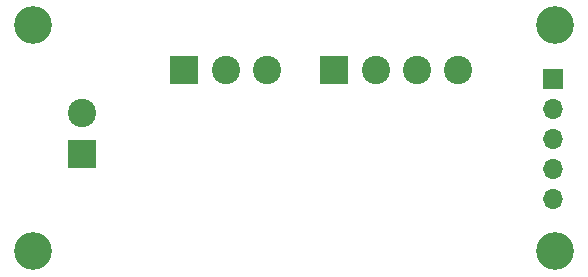
<source format=gbr>
%TF.GenerationSoftware,KiCad,Pcbnew,(5.1.9)-1*%
%TF.CreationDate,2021-07-20T15:51:09-07:00*%
%TF.ProjectId,Wie to serial,57696520-746f-4207-9365-7269616c2e6b,rev?*%
%TF.SameCoordinates,Original*%
%TF.FileFunction,Soldermask,Bot*%
%TF.FilePolarity,Negative*%
%FSLAX46Y46*%
G04 Gerber Fmt 4.6, Leading zero omitted, Abs format (unit mm)*
G04 Created by KiCad (PCBNEW (5.1.9)-1) date 2021-07-20 15:51:09*
%MOMM*%
%LPD*%
G01*
G04 APERTURE LIST*
%ADD10C,3.200000*%
%ADD11R,2.400000X2.400000*%
%ADD12C,2.400000*%
%ADD13R,1.700000X1.700000*%
%ADD14O,1.700000X1.700000*%
G04 APERTURE END LIST*
D10*
%TO.C,H1*%
X127889000Y-72898000D03*
%TD*%
%TO.C,H2*%
X172085000Y-92075000D03*
%TD*%
%TO.C,H3*%
X127889000Y-92075000D03*
%TD*%
%TO.C,H4*%
X172085000Y-72898000D03*
%TD*%
D11*
%TO.C,J1*%
X132080000Y-83820000D03*
D12*
X132080000Y-80320000D03*
%TD*%
D11*
%TO.C,J2*%
X153416000Y-76708000D03*
D12*
X156916000Y-76708000D03*
X160416000Y-76708000D03*
X163916000Y-76708000D03*
%TD*%
D11*
%TO.C,J3*%
X140716000Y-76708000D03*
D12*
X144216000Y-76708000D03*
X147716000Y-76708000D03*
%TD*%
D13*
%TO.C,J4*%
X171958000Y-77470000D03*
D14*
X171958000Y-80010000D03*
X171958000Y-82550000D03*
X171958000Y-85090000D03*
X171958000Y-87630000D03*
%TD*%
M02*

</source>
